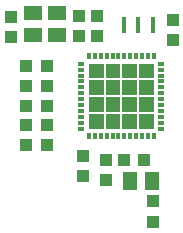
<source format=gbr>
G04 EAGLE Gerber RS-274X export*
G75*
%MOMM*%
%FSLAX34Y34*%
%LPD*%
%INSolderpaste Bottom*%
%IPPOS*%
%AMOC8*
5,1,8,0,0,1.08239X$1,22.5*%
G01*
%ADD10R,1.000000X1.100000*%
%ADD11R,1.500000X1.300000*%
%ADD12R,1.100000X1.000000*%
%ADD13R,1.300000X1.500000*%
%ADD14R,0.300000X0.550000*%
%ADD15R,0.550000X0.300000*%
%ADD16R,0.400000X1.399997*%

G36*
X38880Y272274D02*
X38880Y272274D01*
X38882Y272273D01*
X38925Y272293D01*
X38969Y272311D01*
X38969Y272313D01*
X38971Y272314D01*
X39004Y272399D01*
X39004Y284623D01*
X39003Y284625D01*
X39004Y284627D01*
X38984Y284670D01*
X38966Y284714D01*
X38964Y284714D01*
X38963Y284716D01*
X38878Y284749D01*
X26654Y284749D01*
X26652Y284748D01*
X26650Y284749D01*
X26607Y284729D01*
X26563Y284711D01*
X26563Y284709D01*
X26561Y284708D01*
X26528Y284623D01*
X26528Y272399D01*
X26529Y272397D01*
X26528Y272395D01*
X26548Y272352D01*
X26566Y272308D01*
X26568Y272308D01*
X26569Y272306D01*
X26654Y272273D01*
X38878Y272273D01*
X38880Y272274D01*
G37*
G36*
X24656Y272274D02*
X24656Y272274D01*
X24658Y272273D01*
X24701Y272293D01*
X24745Y272311D01*
X24745Y272313D01*
X24747Y272314D01*
X24780Y272399D01*
X24780Y284623D01*
X24779Y284625D01*
X24780Y284627D01*
X24760Y284670D01*
X24742Y284714D01*
X24740Y284714D01*
X24739Y284716D01*
X24654Y284749D01*
X12430Y284749D01*
X12428Y284748D01*
X12426Y284749D01*
X12383Y284729D01*
X12339Y284711D01*
X12339Y284709D01*
X12337Y284708D01*
X12304Y284623D01*
X12304Y272399D01*
X12305Y272397D01*
X12304Y272395D01*
X12324Y272352D01*
X12342Y272308D01*
X12344Y272308D01*
X12345Y272306D01*
X12430Y272273D01*
X24654Y272273D01*
X24656Y272274D01*
G37*
G36*
X10432Y272274D02*
X10432Y272274D01*
X10434Y272273D01*
X10477Y272293D01*
X10521Y272311D01*
X10521Y272313D01*
X10523Y272314D01*
X10556Y272399D01*
X10556Y284623D01*
X10555Y284625D01*
X10556Y284627D01*
X10536Y284670D01*
X10518Y284714D01*
X10516Y284714D01*
X10515Y284716D01*
X10430Y284749D01*
X-1794Y284749D01*
X-1796Y284748D01*
X-1798Y284749D01*
X-1841Y284729D01*
X-1885Y284711D01*
X-1885Y284709D01*
X-1887Y284708D01*
X-1920Y284623D01*
X-1920Y272399D01*
X-1919Y272397D01*
X-1920Y272395D01*
X-1900Y272352D01*
X-1882Y272308D01*
X-1880Y272308D01*
X-1879Y272306D01*
X-1794Y272273D01*
X10430Y272273D01*
X10432Y272274D01*
G37*
G36*
X-3792Y272274D02*
X-3792Y272274D01*
X-3790Y272273D01*
X-3747Y272293D01*
X-3703Y272311D01*
X-3703Y272313D01*
X-3701Y272314D01*
X-3668Y272399D01*
X-3668Y284623D01*
X-3669Y284625D01*
X-3668Y284627D01*
X-3688Y284670D01*
X-3706Y284714D01*
X-3708Y284714D01*
X-3709Y284716D01*
X-3794Y284749D01*
X-16018Y284749D01*
X-16020Y284748D01*
X-16022Y284749D01*
X-16065Y284729D01*
X-16109Y284711D01*
X-16109Y284709D01*
X-16111Y284708D01*
X-16144Y284623D01*
X-16144Y272399D01*
X-16143Y272397D01*
X-16144Y272395D01*
X-16124Y272352D01*
X-16106Y272308D01*
X-16104Y272308D01*
X-16103Y272306D01*
X-16018Y272273D01*
X-3794Y272273D01*
X-3792Y272274D01*
G37*
G36*
X38880Y258050D02*
X38880Y258050D01*
X38882Y258049D01*
X38925Y258069D01*
X38969Y258087D01*
X38969Y258089D01*
X38971Y258090D01*
X39004Y258175D01*
X39004Y270399D01*
X39003Y270401D01*
X39004Y270403D01*
X38984Y270446D01*
X38966Y270490D01*
X38964Y270490D01*
X38963Y270492D01*
X38878Y270525D01*
X26654Y270525D01*
X26652Y270524D01*
X26650Y270525D01*
X26607Y270505D01*
X26563Y270487D01*
X26563Y270485D01*
X26561Y270484D01*
X26528Y270399D01*
X26528Y258175D01*
X26529Y258173D01*
X26528Y258171D01*
X26548Y258128D01*
X26566Y258084D01*
X26568Y258084D01*
X26569Y258082D01*
X26654Y258049D01*
X38878Y258049D01*
X38880Y258050D01*
G37*
G36*
X-3792Y258050D02*
X-3792Y258050D01*
X-3790Y258049D01*
X-3747Y258069D01*
X-3703Y258087D01*
X-3703Y258089D01*
X-3701Y258090D01*
X-3668Y258175D01*
X-3668Y270399D01*
X-3669Y270401D01*
X-3668Y270403D01*
X-3688Y270446D01*
X-3706Y270490D01*
X-3708Y270490D01*
X-3709Y270492D01*
X-3794Y270525D01*
X-16018Y270525D01*
X-16020Y270524D01*
X-16022Y270525D01*
X-16065Y270505D01*
X-16109Y270487D01*
X-16109Y270485D01*
X-16111Y270484D01*
X-16144Y270399D01*
X-16144Y258175D01*
X-16143Y258173D01*
X-16144Y258171D01*
X-16124Y258128D01*
X-16106Y258084D01*
X-16104Y258084D01*
X-16103Y258082D01*
X-16018Y258049D01*
X-3794Y258049D01*
X-3792Y258050D01*
G37*
G36*
X10432Y258050D02*
X10432Y258050D01*
X10434Y258049D01*
X10477Y258069D01*
X10521Y258087D01*
X10521Y258089D01*
X10523Y258090D01*
X10556Y258175D01*
X10556Y270399D01*
X10555Y270401D01*
X10556Y270403D01*
X10536Y270446D01*
X10518Y270490D01*
X10516Y270490D01*
X10515Y270492D01*
X10430Y270525D01*
X-1794Y270525D01*
X-1796Y270524D01*
X-1798Y270525D01*
X-1841Y270505D01*
X-1885Y270487D01*
X-1885Y270485D01*
X-1887Y270484D01*
X-1920Y270399D01*
X-1920Y258175D01*
X-1919Y258173D01*
X-1920Y258171D01*
X-1900Y258128D01*
X-1882Y258084D01*
X-1880Y258084D01*
X-1879Y258082D01*
X-1794Y258049D01*
X10430Y258049D01*
X10432Y258050D01*
G37*
G36*
X24656Y258050D02*
X24656Y258050D01*
X24658Y258049D01*
X24701Y258069D01*
X24745Y258087D01*
X24745Y258089D01*
X24747Y258090D01*
X24780Y258175D01*
X24780Y270399D01*
X24779Y270401D01*
X24780Y270403D01*
X24760Y270446D01*
X24742Y270490D01*
X24740Y270490D01*
X24739Y270492D01*
X24654Y270525D01*
X12430Y270525D01*
X12428Y270524D01*
X12426Y270525D01*
X12383Y270505D01*
X12339Y270487D01*
X12339Y270485D01*
X12337Y270484D01*
X12304Y270399D01*
X12304Y258175D01*
X12305Y258173D01*
X12304Y258171D01*
X12324Y258128D01*
X12342Y258084D01*
X12344Y258084D01*
X12345Y258082D01*
X12430Y258049D01*
X24654Y258049D01*
X24656Y258050D01*
G37*
G36*
X10432Y243826D02*
X10432Y243826D01*
X10434Y243825D01*
X10477Y243845D01*
X10521Y243863D01*
X10521Y243865D01*
X10523Y243866D01*
X10556Y243951D01*
X10556Y256175D01*
X10555Y256177D01*
X10556Y256179D01*
X10536Y256222D01*
X10518Y256266D01*
X10516Y256266D01*
X10515Y256268D01*
X10430Y256301D01*
X-1794Y256301D01*
X-1796Y256300D01*
X-1798Y256301D01*
X-1841Y256281D01*
X-1885Y256263D01*
X-1885Y256261D01*
X-1887Y256260D01*
X-1920Y256175D01*
X-1920Y243951D01*
X-1919Y243949D01*
X-1920Y243947D01*
X-1900Y243904D01*
X-1882Y243860D01*
X-1880Y243860D01*
X-1879Y243858D01*
X-1794Y243825D01*
X10430Y243825D01*
X10432Y243826D01*
G37*
G36*
X38880Y243826D02*
X38880Y243826D01*
X38882Y243825D01*
X38925Y243845D01*
X38969Y243863D01*
X38969Y243865D01*
X38971Y243866D01*
X39004Y243951D01*
X39004Y256175D01*
X39003Y256177D01*
X39004Y256179D01*
X38984Y256222D01*
X38966Y256266D01*
X38964Y256266D01*
X38963Y256268D01*
X38878Y256301D01*
X26654Y256301D01*
X26652Y256300D01*
X26650Y256301D01*
X26607Y256281D01*
X26563Y256263D01*
X26563Y256261D01*
X26561Y256260D01*
X26528Y256175D01*
X26528Y243951D01*
X26529Y243949D01*
X26528Y243947D01*
X26548Y243904D01*
X26566Y243860D01*
X26568Y243860D01*
X26569Y243858D01*
X26654Y243825D01*
X38878Y243825D01*
X38880Y243826D01*
G37*
G36*
X24656Y243826D02*
X24656Y243826D01*
X24658Y243825D01*
X24701Y243845D01*
X24745Y243863D01*
X24745Y243865D01*
X24747Y243866D01*
X24780Y243951D01*
X24780Y256175D01*
X24779Y256177D01*
X24780Y256179D01*
X24760Y256222D01*
X24742Y256266D01*
X24740Y256266D01*
X24739Y256268D01*
X24654Y256301D01*
X12430Y256301D01*
X12428Y256300D01*
X12426Y256301D01*
X12383Y256281D01*
X12339Y256263D01*
X12339Y256261D01*
X12337Y256260D01*
X12304Y256175D01*
X12304Y243951D01*
X12305Y243949D01*
X12304Y243947D01*
X12324Y243904D01*
X12342Y243860D01*
X12344Y243860D01*
X12345Y243858D01*
X12430Y243825D01*
X24654Y243825D01*
X24656Y243826D01*
G37*
G36*
X-3792Y243826D02*
X-3792Y243826D01*
X-3790Y243825D01*
X-3747Y243845D01*
X-3703Y243863D01*
X-3703Y243865D01*
X-3701Y243866D01*
X-3668Y243951D01*
X-3668Y256175D01*
X-3669Y256177D01*
X-3668Y256179D01*
X-3688Y256222D01*
X-3706Y256266D01*
X-3708Y256266D01*
X-3709Y256268D01*
X-3794Y256301D01*
X-16018Y256301D01*
X-16020Y256300D01*
X-16022Y256301D01*
X-16065Y256281D01*
X-16109Y256263D01*
X-16109Y256261D01*
X-16111Y256260D01*
X-16144Y256175D01*
X-16144Y243951D01*
X-16143Y243949D01*
X-16144Y243947D01*
X-16124Y243904D01*
X-16106Y243860D01*
X-16104Y243860D01*
X-16103Y243858D01*
X-16018Y243825D01*
X-3794Y243825D01*
X-3792Y243826D01*
G37*
G36*
X24656Y229602D02*
X24656Y229602D01*
X24658Y229601D01*
X24701Y229621D01*
X24745Y229639D01*
X24745Y229641D01*
X24747Y229642D01*
X24780Y229727D01*
X24780Y241951D01*
X24779Y241953D01*
X24780Y241955D01*
X24760Y241998D01*
X24742Y242042D01*
X24740Y242042D01*
X24739Y242044D01*
X24654Y242077D01*
X12430Y242077D01*
X12428Y242076D01*
X12426Y242077D01*
X12383Y242057D01*
X12339Y242039D01*
X12339Y242037D01*
X12337Y242036D01*
X12304Y241951D01*
X12304Y229727D01*
X12305Y229725D01*
X12304Y229723D01*
X12324Y229680D01*
X12342Y229636D01*
X12344Y229636D01*
X12345Y229634D01*
X12430Y229601D01*
X24654Y229601D01*
X24656Y229602D01*
G37*
G36*
X10432Y229602D02*
X10432Y229602D01*
X10434Y229601D01*
X10477Y229621D01*
X10521Y229639D01*
X10521Y229641D01*
X10523Y229642D01*
X10556Y229727D01*
X10556Y241951D01*
X10555Y241953D01*
X10556Y241955D01*
X10536Y241998D01*
X10518Y242042D01*
X10516Y242042D01*
X10515Y242044D01*
X10430Y242077D01*
X-1794Y242077D01*
X-1796Y242076D01*
X-1798Y242077D01*
X-1841Y242057D01*
X-1885Y242039D01*
X-1885Y242037D01*
X-1887Y242036D01*
X-1920Y241951D01*
X-1920Y229727D01*
X-1919Y229725D01*
X-1920Y229723D01*
X-1900Y229680D01*
X-1882Y229636D01*
X-1880Y229636D01*
X-1879Y229634D01*
X-1794Y229601D01*
X10430Y229601D01*
X10432Y229602D01*
G37*
G36*
X-3792Y229602D02*
X-3792Y229602D01*
X-3790Y229601D01*
X-3747Y229621D01*
X-3703Y229639D01*
X-3703Y229641D01*
X-3701Y229642D01*
X-3668Y229727D01*
X-3668Y241951D01*
X-3669Y241953D01*
X-3668Y241955D01*
X-3688Y241998D01*
X-3706Y242042D01*
X-3708Y242042D01*
X-3709Y242044D01*
X-3794Y242077D01*
X-16018Y242077D01*
X-16020Y242076D01*
X-16022Y242077D01*
X-16065Y242057D01*
X-16109Y242039D01*
X-16109Y242037D01*
X-16111Y242036D01*
X-16144Y241951D01*
X-16144Y229727D01*
X-16143Y229725D01*
X-16144Y229723D01*
X-16124Y229680D01*
X-16106Y229636D01*
X-16104Y229636D01*
X-16103Y229634D01*
X-16018Y229601D01*
X-3794Y229601D01*
X-3792Y229602D01*
G37*
G36*
X38880Y229602D02*
X38880Y229602D01*
X38882Y229601D01*
X38925Y229621D01*
X38969Y229639D01*
X38969Y229641D01*
X38971Y229642D01*
X39004Y229727D01*
X39004Y241951D01*
X39003Y241953D01*
X39004Y241955D01*
X38984Y241998D01*
X38966Y242042D01*
X38964Y242042D01*
X38963Y242044D01*
X38878Y242077D01*
X26654Y242077D01*
X26652Y242076D01*
X26650Y242077D01*
X26607Y242057D01*
X26563Y242039D01*
X26563Y242037D01*
X26561Y242036D01*
X26528Y241951D01*
X26528Y229727D01*
X26529Y229725D01*
X26528Y229723D01*
X26548Y229680D01*
X26566Y229636D01*
X26568Y229636D01*
X26569Y229634D01*
X26654Y229601D01*
X38878Y229601D01*
X38880Y229602D01*
G37*
D10*
X-24488Y325438D03*
X-24488Y308438D03*
D11*
X-63223Y308978D03*
X-63223Y327978D03*
D10*
X54841Y321737D03*
X54841Y304737D03*
X-9168Y325293D03*
X-9168Y308293D03*
D11*
X-42903Y308978D03*
X-42903Y327978D03*
D12*
X30630Y203200D03*
X13630Y203200D03*
D13*
X18281Y185452D03*
X37281Y185452D03*
D12*
X-82169Y324413D03*
X-82169Y307413D03*
X-1746Y186128D03*
X-1746Y203128D03*
X-21050Y189906D03*
X-21050Y206906D03*
X38505Y168085D03*
X38505Y151085D03*
D14*
X-16077Y290975D03*
X-11076Y290975D03*
X-6074Y290975D03*
X-1073Y290975D03*
X3928Y290975D03*
X8929Y290975D03*
X13931Y290975D03*
X18932Y290975D03*
X23933Y290975D03*
X28934Y290975D03*
X33936Y290975D03*
X38937Y290975D03*
D15*
X45230Y284682D03*
X45230Y279681D03*
X45230Y274679D03*
X45230Y269678D03*
X45230Y264677D03*
X45230Y259676D03*
X45230Y254674D03*
X45230Y249673D03*
X45230Y244672D03*
X45230Y239671D03*
X45230Y234669D03*
X45230Y229668D03*
D14*
X38937Y223375D03*
X33936Y223375D03*
X28934Y223375D03*
X23933Y223375D03*
X18932Y223375D03*
X13931Y223375D03*
X8929Y223375D03*
X3928Y223375D03*
X-1073Y223375D03*
X-6074Y223375D03*
X-11076Y223375D03*
X-16077Y223375D03*
D15*
X-22370Y229668D03*
X-22370Y234669D03*
X-22370Y239671D03*
X-22370Y244672D03*
X-22370Y249673D03*
X-22370Y254674D03*
X-22370Y259676D03*
X-22370Y264677D03*
X-22370Y269678D03*
X-22370Y274679D03*
X-22370Y279681D03*
X-22370Y284682D03*
D16*
X13813Y317341D03*
X25813Y317341D03*
X37813Y317341D03*
D10*
X-68952Y249174D03*
X-51952Y249174D03*
X-68952Y265684D03*
X-51952Y265684D03*
X-68952Y282448D03*
X-51952Y282448D03*
X-68952Y232664D03*
X-51952Y232664D03*
X-68952Y216154D03*
X-51952Y216154D03*
M02*

</source>
